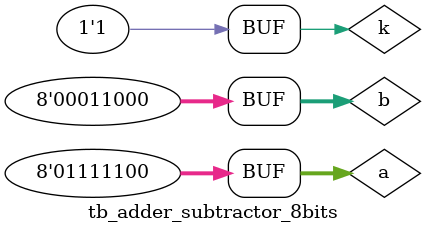
<source format=v>
`timescale 1ns / 1ps


module tb_adder_subtractor_8bits();

reg [7:0] a,b;
reg k;
wire [7:0] s;
wire cout;
adder_subtractor_8bits a2 (.s(s),.cout(cout),.a(a),.b(b),.k(k));

initial 
    begin
#5
    a[0]= 0; b[0] = 0; k = 0;
    a[1]= 0; b[1] = 0;
    a[2]= 0; b[2] = 0;
    a[3]= 0; b[3] = 1;
    a[4]= 0; b[4] = 0;
    a[5]= 0; b[5] = 0;
    a[6]= 0; b[6] = 1;
    a[7]= 1; b[7] = 1;
#5
    a[0]= 0; b[0] = 0; k = 1;
    a[1]= 0; b[1] = 0;
    a[2]= 0; b[2] = 0;
    a[3]= 0; b[3] = 1;
    a[4]= 0; b[4] = 0;
    a[5]= 0; b[5] = 0;
    a[6]= 0; b[6] = 1;
    a[7]= 1; b[7] = 1;
#5
    a[0]= 1; b[0] = 0; k = 0;
    a[1]= 0; b[1] = 0;
    a[2]= 1; b[2] = 0;
    a[3]= 1; b[3] = 0;
    a[4]= 1; b[4] = 0;
    a[5]= 0; b[5] = 1;
    a[6]= 0; b[6] = 0;
    a[7]= 1; b[7] = 0;
#5
    a[0]= 0; b[0] = 0; k = 1;
    a[1]= 0; b[1] = 0;
    a[2]= 1; b[2] = 0;
    a[3]= 1; b[3] = 1;
    a[4]= 1; b[4] = 1;
    a[5]= 1; b[5] = 0;
    a[6]= 1; b[6] = 0;
    a[7]= 0; b[7] = 0;
    
    end
endmodule
</source>
